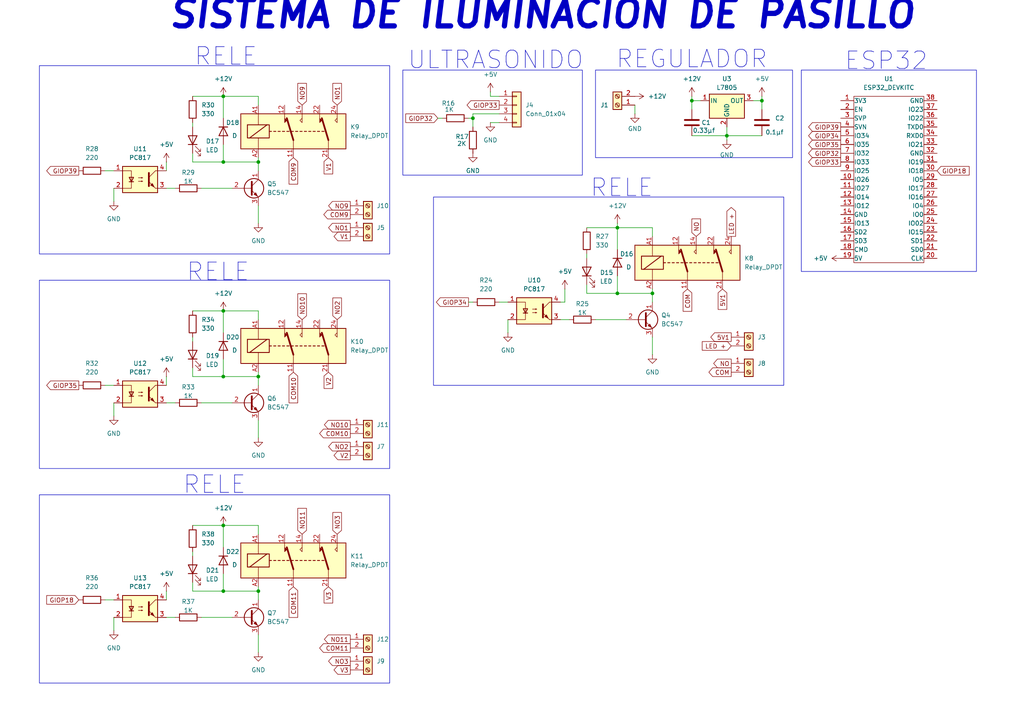
<source format=kicad_sch>
(kicad_sch (version 20250114) (generator "eeschema") (generator_version "9.0")
  (paper "A4")
  (lib_symbols
    (symbol "Connector:Screw_Terminal_01x02" (pin_names (offset 1.016) (hide yes))
      (property "Reference" "J" (at 0 2.54 0))
      (property "Value" "Screw_Terminal_01x02" (at 0 -5.08 0))
      (symbol "Screw_Terminal_01x02_1_1"
        (rectangle (start -1.27 1.27) (end 1.27 -3.81) (stroke (width 0.254)) (fill (type background)))
        (polyline (pts (xy -0.5334 0.3302) (xy 0.3302 -0.508)) (stroke (width 0.1524)))
        (polyline (pts (xy -0.5334 -2.2098) (xy 0.3302 -3.048)) (stroke (width 0.1524)))
        (polyline (pts (xy -0.3556 0.508) (xy 0.508 -0.3302)) (stroke (width 0.1524)))
        (polyline (pts (xy -0.3556 -2.032) (xy 0.508 -2.8702)) (stroke (width 0.1524)))
        (circle (center 0 0) (radius 0.635) (stroke (width 0.1524)))
        (circle (center 0 -2.54) (radius 0.635) (stroke (width 0.1524)))
        (pin passive line (at -5.08 0 0) (length 3.81) (name "Pin_1") (number "1"))
        (pin passive line (at -5.08 -2.54 0) (length 3.81) (name "Pin_2") (number "2"))
      )
    )
    (symbol "Connector_Generic:Conn_01x04" (pin_names (offset 1.016) (hide yes))
      (property "Reference" "J" (at 0 5.08 0))
      (property "Value" "Conn_01x04" (at 0 -7.62 0))
      (symbol "Conn_01x04_1_1"
        (rectangle (start -1.27 3.81) (end 1.27 -6.35) (stroke (width 0.254)) (fill (type background)))
        (rectangle (start -1.27 2.667) (end 0 2.413) (stroke (width 0.1524)))
        (rectangle (start -1.27 0.127) (end 0 -0.127) (stroke (width 0.1524)))
        (rectangle (start -1.27 -2.413) (end 0 -2.667) (stroke (width 0.1524)))
        (rectangle (start -1.27 -4.953) (end 0 -5.207) (stroke (width 0.1524)))
        (pin passive line (at -5.08 2.54 0) (length 3.81) (name "Pin_1") (number "1"))
        (pin passive line (at -5.08 0 0) (length 3.81) (name "Pin_2") (number "2"))
        (pin passive line (at -5.08 -2.54 0) (length 3.81) (name "Pin_3") (number "3"))
        (pin passive line (at -5.08 -5.08 0) (length 3.81) (name "Pin_4") (number "4"))
      )
    )
    (symbol "Device:C" (pin_numbers (hide yes)) (pin_names (offset 0.254))
      (property "Reference" "C" (at 0.635 2.54 0))
      (property "Value" "C" (at 0.635 -2.54 0))
      (symbol "C_0_1"
        (polyline (pts (xy -2.032 0.762) (xy 2.032 0.762)) (stroke (width 0.508)))
        (polyline (pts (xy -2.032 -0.762) (xy 2.032 -0.762)) (stroke (width 0.508)))
      )
      (symbol "C_1_1"
        (pin passive line (at 0 3.81 270) (length 2.794) (name "~") (number "1"))
        (pin passive line (at 0 -3.81 90) (length 2.794) (name "~") (number "2"))
      )
    )
    (symbol "Device:D" (pin_numbers (hide yes)) (pin_names (offset 1.016) (hide yes))
      (property "Reference" "D" (at 0 2.54 0))
      (property "Value" "D" (at 0 -2.54 0))
      (symbol "D_0_1"
        (polyline (pts (xy -1.27 1.27) (xy -1.27 -1.27)) (stroke (width 0.254)))
        (polyline (pts (xy 1.27 1.27) (xy 1.27 -1.27) (xy -1.27 0) (xy 1.27 1.27)) (stroke (width 0.254)))
        (polyline (pts (xy 1.27 0) (xy -1.27 0)))
      )
      (symbol "D_1_1"
        (pin passive line (at -3.81 0 0) (length 2.54) (name "K") (number "1"))
        (pin passive line (at 3.81 0 180) (length 2.54) (name "A") (number "2"))
      )
    )
    (symbol "Device:LED" (pin_numbers (hide yes)) (pin_names (offset 1.016) (hide yes))
      (property "Reference" "D" (at 0 2.54 0))
      (property "Value" "LED" (at 0 -2.54 0))
      (symbol "LED_0_1"
        (polyline (pts (xy -3.048 -0.762) (xy -4.572 -2.286) (xy -3.81 -2.286) (xy -4.572 -2.286) (xy -4.572 -1.524)))
        (polyline (pts (xy -1.778 -0.762) (xy -3.302 -2.286) (xy -2.54 -2.286) (xy -3.302 -2.286) (xy -3.302 -1.524)))
        (polyline (pts (xy -1.27 0) (xy 1.27 0)))
        (polyline (pts (xy -1.27 -1.27) (xy -1.27 1.27)) (stroke (width 0.254)))
        (polyline (pts (xy 1.27 -1.27) (xy 1.27 1.27) (xy -1.27 0) (xy 1.27 -1.27)) (stroke (width 0.254)))
      )
      (symbol "LED_1_1"
        (pin passive line (at -3.81 0 0) (length 2.54) (name "K") (number "1"))
        (pin passive line (at 3.81 0 180) (length 2.54) (name "A") (number "2"))
      )
    )
    (symbol "Device:R" (pin_numbers (hide yes)) (pin_names (offset 0))
      (property "Reference" "R" (at 2.032 0 90))
      (property "Value" "R" (at 0 0 90))
      (symbol "R_0_1"
        (rectangle (start -1.016 -2.54) (end 1.016 2.54) (stroke (width 0.254)))
      )
      (symbol "R_1_1"
        (pin passive line (at 0 3.81 270) (length 1.27) (name "~") (number "1"))
        (pin passive line (at 0 -3.81 90) (length 1.27) (name "~") (number "2"))
      )
    )
    (symbol "EESTN5:ESP32_DEVKITC" (pin_names (offset 0.0254))
      (property "Reference" "U" (at 0 25.4 0))
      (property "Value" "ESP32_DEVKITC" (at 0 -25.4 0))
      (symbol "ESP32_DEVKITC_0_1"
        (rectangle (start -10.16 24.13) (end 10.16 -24.13))
      )
      (symbol "ESP32_DEVKITC_1_1"
        (pin passive line (at -13.97 22.86 0) (length 3.81) (name "3V3") (number "1"))
        (pin passive line (at -13.97 20.32 0) (length 3.81) (name "EN") (number "2"))
        (pin passive line (at -13.97 17.78 0) (length 3.81) (name "SVP") (number "3"))
        (pin passive line (at -13.97 15.24 0) (length 3.81) (name "SVN") (number "4"))
        (pin passive line (at -13.97 12.7 0) (length 3.81) (name "IO34") (number "5"))
        (pin passive line (at -13.97 10.16 0) (length 3.81) (name "IO35") (number "6"))
        (pin passive line (at -13.97 7.62 0) (length 3.81) (name "IO32") (number "7"))
        (pin passive line (at -13.97 5.08 0) (length 3.81) (name "IO33") (number "8"))
        (pin passive line (at -13.97 2.54 0) (length 3.81) (name "IO25") (number "9"))
        (pin passive line (at -13.97 0 0) (length 3.81) (name "IO26") (number "10"))
        (pin passive line (at -13.97 -2.54 0) (length 3.81) (name "IO27") (number "11"))
        (pin passive line (at -13.97 -5.08 0) (length 3.81) (name "IO14") (number "12"))
        (pin passive line (at -13.97 -7.62 0) (length 3.81) (name "IO12") (number "13"))
        (pin passive line (at -13.97 -10.16 0) (length 3.81) (name "GND") (number "14"))
        (pin passive line (at -13.97 -12.7 0) (length 3.81) (name "IO13") (number "15"))
        (pin passive line (at -13.97 -15.24 0) (length 3.81) (name "SD2") (number "16"))
        (pin passive line (at -13.97 -17.78 0) (length 3.81) (name "SD3") (number "17"))
        (pin passive line (at -13.97 -20.32 0) (length 3.81) (name "CMD") (number "18"))
        (pin passive line (at -13.97 -22.86 0) (length 3.81) (name "5V") (number "19"))
        (pin passive line (at 13.97 22.86 180) (length 3.81) (name "GND") (number "38"))
        (pin passive line (at 13.97 20.32 180) (length 3.81) (name "IO23") (number "37"))
        (pin passive line (at 13.97 17.78 180) (length 3.81) (name "IO22") (number "36"))
        (pin passive line (at 13.97 15.24 180) (length 3.81) (name "TXD0") (number "35"))
        (pin passive line (at 13.97 12.7 180) (length 3.81) (name "RXD0") (number "34"))
        (pin passive line (at 13.97 10.16 180) (length 3.81) (name "IO21") (number "33"))
        (pin passive line (at 13.97 7.62 180) (length 3.81) (name "GND") (number "32"))
        (pin passive line (at 13.97 5.08 180) (length 3.81) (name "IO19") (number "31"))
        (pin passive line (at 13.97 2.54 180) (length 3.81) (name "IO18") (number "30"))
        (pin passive line (at 13.97 0 180) (length 3.81) (name "IO5") (number "29"))
        (pin passive line (at 13.97 -2.54 180) (length 3.81) (name "IO17") (number "28"))
        (pin passive line (at 13.97 -5.08 180) (length 3.81) (name "IO16") (number "27"))
        (pin passive line (at 13.97 -7.62 180) (length 3.81) (name "IO4") (number "26"))
        (pin passive line (at 13.97 -10.16 180) (length 3.81) (name "IO0") (number "25"))
        (pin passive line (at 13.97 -12.7 180) (length 3.81) (name "IO02") (number "24"))
        (pin passive line (at 13.97 -15.24 180) (length 3.81) (name "IO15") (number "23"))
        (pin passive line (at 13.97 -17.78 180) (length 3.81) (name "SD1") (number "22"))
        (pin passive line (at 13.97 -20.32 180) (length 3.81) (name "SD0") (number "21"))
        (pin passive line (at 13.97 -22.86 180) (length 3.81) (name "CLK") (number "20"))
      )
    )
    (symbol "Isolator:PC817" (pin_names (offset 1.016))
      (property "Reference" "U" (at -5.08 5.08 0))
      (property "Value" "PC817" (at 0 5.08 0))
      (symbol "PC817_0_1"
        (rectangle (start -5.08 3.81) (end 5.08 -3.81) (stroke (width 0.254)) (fill (type background)))
        (polyline (pts (xy -5.08 2.54) (xy -2.54 2.54) (xy -2.54 -0.635)))
        (polyline (pts (xy -3.175 -0.635) (xy -1.905 -0.635)) (stroke (width 0.254)))
        (polyline (pts (xy -2.54 -0.635) (xy -2.54 -2.54) (xy -5.08 -2.54)))
        (polyline (pts (xy -2.54 -0.635) (xy -3.175 0.635) (xy -1.905 0.635) (xy -2.54 -0.635)) (stroke (width 0.254)))
        (polyline (pts (xy -0.508 0.508) (xy 0.762 0.508) (xy 0.381 0.381) (xy 0.381 0.635) (xy 0.762 0.508)))
        (polyline (pts (xy -0.508 -0.508) (xy 0.762 -0.508) (xy 0.381 -0.635) (xy 0.381 -0.381) (xy 0.762 -0.508)))
        (polyline (pts (xy 2.54 1.905) (xy 2.54 -1.905) (xy 2.54 -1.905)) (stroke (width 0.508)))
        (polyline (pts (xy 2.54 0.635) (xy 4.445 2.54)))
        (polyline (pts (xy 3.048 -1.651) (xy 3.556 -1.143) (xy 4.064 -2.159) (xy 3.048 -1.651) (xy 3.048 -1.651)) (fill (type outline)))
        (polyline (pts (xy 4.445 2.54) (xy 5.08 2.54)))
        (polyline (pts (xy 4.445 -2.54) (xy 2.54 -0.635)) (fill (type outline)))
        (polyline (pts (xy 4.445 -2.54) (xy 5.08 -2.54)))
      )
      (symbol "PC817_1_1"
        (pin passive line (at -7.62 2.54 0) (length 2.54) (name "~") (number "1"))
        (pin passive line (at -7.62 -2.54 0) (length 2.54) (name "~") (number "2"))
        (pin passive line (at 7.62 2.54 180) (length 2.54) (name "~") (number "4"))
        (pin passive line (at 7.62 -2.54 180) (length 2.54) (name "~") (number "3"))
      )
    )
    (symbol "Regulator_Linear:L7805" (pin_names (offset 0.254))
      (property "Reference" "U" (at -3.81 3.175 0))
      (property "Value" "L7805" (at 0 3.175 0))
      (symbol "L7805_0_1"
        (rectangle (start -5.08 1.905) (end 5.08 -5.08) (stroke (width 0.254)) (fill (type background)))
      )
      (symbol "L7805_1_1"
        (pin power_in line (at -7.62 0 0) (length 2.54) (name "IN") (number "1"))
        (pin power_in line (at 0 -7.62 90) (length 2.54) (name "GND") (number "2"))
        (pin power_out line (at 7.62 0 180) (length 2.54) (name "OUT") (number "3"))
      )
    )
    (symbol "Relay:Relay_DPDT"
      (property "Reference" "K" (at 16.51 3.81 0))
      (property "Value" "Relay_DPDT" (at 16.51 1.27 0))
      (symbol "Relay_DPDT_0_1"
        (rectangle (start -15.24 5.08) (end 15.24 -5.08) (stroke (width 0.254)) (fill (type background)))
        (rectangle (start -13.335 1.905) (end -6.985 -1.905) (stroke (width 0.254)))
        (polyline (pts (xy -12.7 -1.905) (xy -7.62 1.905)) (stroke (width 0.254)))
        (polyline (pts (xy -10.16 5.08) (xy -10.16 1.905)))
        (polyline (pts (xy -10.16 -5.08) (xy -10.16 -1.905)))
        (polyline (pts (xy -6.985 0) (xy -6.35 0)) (stroke (width 0.254)))
        (polyline (pts (xy -5.715 0) (xy -5.08 0)) (stroke (width 0.254)))
        (polyline (pts (xy -4.445 0) (xy -3.81 0)) (stroke (width 0.254)))
        (polyline (pts (xy -3.175 0) (xy -2.54 0)) (stroke (width 0.254)))
        (polyline (pts (xy -2.54 5.08) (xy -2.54 2.54) (xy -1.905 3.175) (xy -2.54 3.81)) (fill (type outline)))
        (polyline (pts (xy -1.905 0) (xy -1.27 0)) (stroke (width 0.254)))
        (polyline (pts (xy -0.635 0) (xy 0 0)) (stroke (width 0.254)))
        (polyline (pts (xy 0 -2.54) (xy -1.905 3.81)) (stroke (width 0.508)))
        (polyline (pts (xy 0 -2.54) (xy 0 -5.08)))
        (polyline (pts (xy 0.635 0) (xy 1.27 0)) (stroke (width 0.254)))
        (polyline (pts (xy 1.905 0) (xy 2.54 0)) (stroke (width 0.254)))
        (polyline (pts (xy 2.54 5.08) (xy 2.54 2.54) (xy 1.905 3.175) (xy 2.54 3.81)))
        (polyline (pts (xy 3.175 0) (xy 3.81 0)) (stroke (width 0.254)))
        (polyline (pts (xy 4.445 0) (xy 5.08 0)) (stroke (width 0.254)))
        (polyline (pts (xy 5.715 0) (xy 6.35 0)) (stroke (width 0.254)))
        (polyline (pts (xy 6.985 0) (xy 7.62 0)) (stroke (width 0.254)))
        (polyline (pts (xy 7.62 5.08) (xy 7.62 2.54) (xy 8.255 3.175) (xy 7.62 3.81)) (fill (type outline)))
        (polyline (pts (xy 8.255 0) (xy 8.89 0)) (stroke (width 0.254)))
        (polyline (pts (xy 10.16 -2.54) (xy 8.255 3.81)) (stroke (width 0.508)))
        (polyline (pts (xy 10.16 -2.54) (xy 10.16 -5.08)))
        (polyline (pts (xy 12.7 5.08) (xy 12.7 2.54) (xy 12.065 3.175) (xy 12.7 3.81)))
      )
      (symbol "Relay_DPDT_1_1"
        (pin passive line (at -10.16 7.62 270) (length 2.54) (name "~") (number "A1"))
        (pin passive line (at -10.16 -7.62 90) (length 2.54) (name "~") (number "A2"))
        (pin passive line (at -2.54 7.62 270) (length 2.54) (name "~") (number "12"))
        (pin passive line (at 0 -7.62 90) (length 2.54) (name "~") (number "11"))
        (pin passive line (at 2.54 7.62 270) (length 2.54) (name "~") (number "14"))
        (pin passive line (at 7.62 7.62 270) (length 2.54) (name "~") (number "22"))
        (pin passive line (at 10.16 -7.62 90) (length 2.54) (name "~") (number "21"))
        (pin passive line (at 12.7 7.62 270) (length 2.54) (name "~") (number "24"))
      )
    )
    (symbol "Transistor_BJT:BC547" (pin_names (offset 0) (hide yes))
      (property "Reference" "Q" (at 5.08 1.905 0))
      (property "Value" "BC547" (at 5.08 0 0))
      (symbol "BC547_0_1"
        (polyline (pts (xy -2.54 0) (xy 0.635 0)))
        (polyline (pts (xy 0.635 1.905) (xy 0.635 -1.905)) (stroke (width 0.508)))
        (circle (center 1.27 0) (radius 2.8194) (stroke (width 0.254)))
      )
      (symbol "BC547_1_1"
        (polyline (pts (xy 0.635 0.635) (xy 2.54 2.54)))
        (polyline (pts (xy 0.635 -0.635) (xy 2.54 -2.54)))
        (polyline (pts (xy 1.27 -1.778) (xy 1.778 -1.27) (xy 2.286 -2.286) (xy 1.27 -1.778)) (fill (type outline)))
        (pin input line (at -5.08 0 0) (length 2.54) (name "B") (number "2"))
        (pin passive line (at 2.54 5.08 270) (length 2.54) (name "C") (number "1"))
        (pin passive line (at 2.54 -5.08 90) (length 2.54) (name "E") (number "3"))
      )
    )
    (symbol "power:+12V" (power) (pin_numbers (hide yes)) (pin_names (offset 0) (hide yes))
      (property "Value" "+12V" (at 0 3.556 0))
      (symbol "+12V_0_1"
        (polyline (pts (xy -0.762 1.27) (xy 0 2.54)))
        (polyline (pts (xy 0 2.54) (xy 0.762 1.27)))
        (polyline (pts (xy 0 0) (xy 0 2.54)))
      )
      (symbol "+12V_1_1"
        (pin power_in line (at 0 0 90) (length 0) (name "~") (number "1"))
      )
    )
    (symbol "power:+5V" (power) (pin_numbers (hide yes)) (pin_names (offset 0) (hide yes))
      (property "Value" "+5V" (at 0 3.556 0))
      (symbol "+5V_0_1"
        (polyline (pts (xy -0.762 1.27) (xy 0 2.54)))
        (polyline (pts (xy 0 2.54) (xy 0.762 1.27)))
        (polyline (pts (xy 0 0) (xy 0 2.54)))
      )
      (symbol "+5V_1_1"
        (pin power_in line (at 0 0 90) (length 0) (name "~") (number "1"))
      )
    )
    (symbol "power:GND" (power) (pin_numbers (hide yes)) (pin_names (offset 0) (hide yes))
      (property "Value" "GND" (at 0 -3.81 0))
      (symbol "GND_0_1"
        (polyline (pts (xy 0 0) (xy 0 -1.27) (xy 1.27 -1.27) (xy 0 -2.54) (xy -1.27 -1.27) (xy 0 -1.27)))
      )
      (symbol "GND_1_1"
        (pin power_in line (at 0 0 270) (length 0) (name "~") (number "1"))
      )
    )
  )
  (rectangle (start 125.73 57.15) (end 227.33 111.76))
  (rectangle (start 11.43 81.28) (end 113.03 135.89))
  (rectangle (start 172.72 20.32) (end 229.87 45.72))
  (rectangle (start 11.43 143.51) (end 113.03 198.12))
  (rectangle (start 116.84 20.32) (end 168.91 50.8))
  (rectangle (start 232.41 20.32) (end 283.21 78.74))
  (rectangle (start 11.43 19.05) (end 113.03 73.66))
  (text "RELE" (at 65.532 16.51 0) (effects (font (size 5.08 5.08))))
  (text "RELE" (at 180.34 54.61 0) (effects (font (size 5.08 5.08))))
  (text "SISTEMA DE ILUMINACION DE PASILLO" (at 157.226 4.318 0) (effects (font (size 7.62 7.62) (thickness 1.524) (bold yes) (italic yes))))
  (text "RELE" (at 62.23 140.716 0) (effects (font (size 5.08 5.08))))
  (text "RELE" (at 63.246 78.994 0) (effects (font (size 5.08 5.08))))
  (text "ULTRASONIDO" (at 143.764 17.526 0) (effects (font (size 5.08 5.08))))
  (text "REGULADOR" (at 200.66 17.272 0) (effects (font (size 5.08 5.08))))
  (text "ESP32" (at 257.048 17.78 0) (effects (font (size 5.08 5.08))))
  (junction (at 137.16 34.29))
  (junction (at 64.77 171.45))
  (junction (at 179.07 85.09))
  (junction (at 200.66 29.21))
  (junction (at 189.23 85.09))
  (junction (at 179.07 66.04))
  (junction (at 64.77 152.4))
  (junction (at 74.93 171.45))
  (junction (at 64.77 46.99))
  (junction (at 64.77 27.94))
  (junction (at 74.93 46.99))
  (junction (at 210.82 39.37))
  (junction (at 220.98 29.21))
  (junction (at 74.93 109.22))
  (junction (at 64.77 90.17))
  (junction (at 64.77 109.22))
  (wire (pts (xy 48.26 109.22) (xy 48.26 111.76)))
  (wire (pts (xy 189.23 85.09) (xy 189.23 87.63)))
  (wire (pts (xy 142.24 26.67) (xy 142.24 27.94)))
  (wire (pts (xy 179.07 72.39) (xy 179.07 66.04)))
  (wire (pts (xy 172.72 92.71) (xy 181.61 92.71)))
  (wire (pts (xy 58.42 54.61) (xy 67.31 54.61)))
  (wire (pts (xy 64.77 104.14) (xy 64.77 109.22)))
  (wire (pts (xy 210.82 36.83) (xy 210.82 39.37)))
  (wire (pts (xy 55.88 152.4) (xy 64.77 152.4)))
  (wire (pts (xy 135.89 87.63) (xy 137.16 87.63)))
  (wire (pts (xy 189.23 83.82) (xy 189.23 85.09)))
  (wire (pts (xy 74.93 45.72) (xy 74.93 46.99)))
  (wire (pts (xy 179.07 80.01) (xy 179.07 85.09)))
  (wire (pts (xy 184.15 30.48) (xy 184.15 33.02)))
  (wire (pts (xy 137.16 34.29) (xy 137.16 36.83)))
  (wire (pts (xy 64.77 152.4) (xy 64.77 158.75)))
  (wire (pts (xy 74.93 107.95) (xy 74.93 109.22)))
  (wire (pts (xy 64.77 34.29) (xy 64.77 27.94)))
  (wire (pts (xy 220.98 29.21) (xy 220.98 31.75)))
  (wire (pts (xy 147.32 92.71) (xy 147.32 96.52)))
  (wire (pts (xy 74.93 171.45) (xy 74.93 173.99)))
  (wire (pts (xy 30.48 111.76) (xy 33.02 111.76)))
  (wire (pts (xy 48.26 179.07) (xy 50.8 179.07)))
  (wire (pts (xy 64.77 41.91) (xy 64.77 46.99)))
  (wire (pts (xy 220.98 27.94) (xy 220.98 29.21)))
  (wire (pts (xy 200.66 29.21) (xy 200.66 31.75)))
  (wire (pts (xy 55.88 106.68) (xy 55.88 109.22)))
  (wire (pts (xy 30.48 173.99) (xy 33.02 173.99)))
  (wire (pts (xy 74.93 109.22) (xy 74.93 111.76)))
  (wire (pts (xy 74.93 27.94) (xy 74.93 30.48)))
  (wire (pts (xy 74.93 152.4) (xy 74.93 154.94)))
  (wire (pts (xy 33.02 116.84) (xy 33.02 120.65)))
  (wire (pts (xy 163.83 87.63) (xy 163.83 83.82)))
  (wire (pts (xy 200.66 29.21) (xy 203.2 29.21)))
  (wire (pts (xy 210.82 40.64) (xy 210.82 39.37)))
  (wire (pts (xy 74.93 170.18) (xy 74.93 171.45)))
  (wire (pts (xy 64.77 46.99) (xy 74.93 46.99)))
  (wire (pts (xy 144.78 87.63) (xy 147.32 87.63)))
  (wire (pts (xy 144.78 33.02) (xy 137.16 33.02)))
  (wire (pts (xy 55.88 160.02) (xy 55.88 161.29)))
  (wire (pts (xy 170.18 85.09) (xy 179.07 85.09)))
  (wire (pts (xy 30.48 49.53) (xy 33.02 49.53)))
  (wire (pts (xy 162.56 92.71) (xy 165.1 92.71)))
  (wire (pts (xy 64.77 152.4) (xy 74.93 152.4)))
  (wire (pts (xy 218.44 29.21) (xy 220.98 29.21)))
  (wire (pts (xy 64.77 171.45) (xy 74.93 171.45)))
  (wire (pts (xy 135.89 34.29) (xy 137.16 34.29)))
  (wire (pts (xy 58.42 116.84) (xy 67.31 116.84)))
  (wire (pts (xy 170.18 73.66) (xy 170.18 74.93)))
  (wire (pts (xy 179.07 64.77) (xy 179.07 66.04)))
  (wire (pts (xy 55.88 90.17) (xy 64.77 90.17)))
  (wire (pts (xy 179.07 66.04) (xy 189.23 66.04)))
  (wire (pts (xy 74.93 90.17) (xy 74.93 92.71)))
  (wire (pts (xy 48.26 171.45) (xy 48.26 173.99)))
  (wire (pts (xy 64.77 90.17) (xy 64.77 96.52)))
  (wire (pts (xy 179.07 85.09) (xy 189.23 85.09)))
  (wire (pts (xy 64.77 109.22) (xy 74.93 109.22)))
  (wire (pts (xy 55.88 109.22) (xy 64.77 109.22)))
  (wire (pts (xy 48.26 116.84) (xy 50.8 116.84)))
  (wire (pts (xy 127 34.29) (xy 128.27 34.29)))
  (wire (pts (xy 64.77 90.17) (xy 74.93 90.17)))
  (wire (pts (xy 55.88 35.56) (xy 55.88 36.83)))
  (wire (pts (xy 33.02 179.07) (xy 33.02 182.88)))
  (wire (pts (xy 170.18 82.55) (xy 170.18 85.09)))
  (wire (pts (xy 48.26 46.99) (xy 48.26 49.53)))
  (wire (pts (xy 55.88 46.99) (xy 64.77 46.99)))
  (wire (pts (xy 48.26 54.61) (xy 50.8 54.61)))
  (wire (pts (xy 55.88 44.45) (xy 55.88 46.99)))
  (wire (pts (xy 200.66 39.37) (xy 210.82 39.37)))
  (wire (pts (xy 200.66 27.94) (xy 200.66 29.21)))
  (wire (pts (xy 162.56 87.63) (xy 163.83 87.63)))
  (wire (pts (xy 189.23 66.04) (xy 189.23 68.58)))
  (wire (pts (xy 55.88 168.91) (xy 55.88 171.45)))
  (wire (pts (xy 189.23 97.79) (xy 189.23 102.87)))
  (wire (pts (xy 137.16 33.02) (xy 137.16 34.29)))
  (wire (pts (xy 64.77 166.37) (xy 64.77 171.45)))
  (wire (pts (xy 58.42 179.07) (xy 67.31 179.07)))
  (wire (pts (xy 74.93 46.99) (xy 74.93 49.53)))
  (wire (pts (xy 170.18 66.04) (xy 179.07 66.04)))
  (wire (pts (xy 55.88 97.79) (xy 55.88 99.06)))
  (wire (pts (xy 64.77 27.94) (xy 74.93 27.94)))
  (wire (pts (xy 55.88 171.45) (xy 64.77 171.45)))
  (wire (pts (xy 74.93 184.15) (xy 74.93 189.23)))
  (wire (pts (xy 74.93 59.69) (xy 74.93 64.77)))
  (wire (pts (xy 33.02 54.61) (xy 33.02 58.42)))
  (wire (pts (xy 210.82 39.37) (xy 220.98 39.37)))
  (wire (pts (xy 74.93 121.92) (xy 74.93 127)))
  (wire (pts (xy 142.24 35.56) (xy 144.78 35.56)))
  (wire (pts (xy 55.88 27.94) (xy 64.77 27.94)))
  (wire (pts (xy 142.24 27.94) (xy 144.78 27.94)))
  (global_label "NO10" (shape output) (at 101.6 123.19 180) (property "Intersheetrefs" "${INTERSHEET_REFS}" (effects (hide yes))))
  (global_label "5V1" (shape input) (at 209.55 83.82 270) (property "Intersheetrefs" "${INTERSHEET_REFS}" (effects (hide yes))))
  (global_label "NO10" (shape input) (at 87.63 92.71 90) (property "Intersheetrefs" "${INTERSHEET_REFS}" (effects (hide yes))))
  (global_label "V2" (shape input) (at 95.25 107.95 270) (property "Intersheetrefs" "${INTERSHEET_REFS}" (effects (hide yes))))
  (global_label "GIOP18" (shape input) (at 271.78 49.53 0) (property "Intersheetrefs" "${INTERSHEET_REFS}" (effects (hide yes))))
  (global_label "COM" (shape input) (at 199.39 83.82 270) (property "Intersheetrefs" "${INTERSHEET_REFS}" (effects (hide yes))))
  (global_label "NO9" (shape input) (at 87.63 30.48 90) (property "Intersheetrefs" "${INTERSHEET_REFS}" (effects (hide yes))))
  (global_label "GIOP39" (shape output) (at 22.86 49.53 180) (property "Intersheetrefs" "${INTERSHEET_REFS}" (effects (hide yes))))
  (global_label "GIOP33" (shape output) (at 243.84 46.99 180) (property "Intersheetrefs" "${INTERSHEET_REFS}" (effects (hide yes))))
  (global_label "GIOP33" (shape output) (at 144.78 30.48 180) (property "Intersheetrefs" "${INTERSHEET_REFS}" (effects (hide yes))))
  (global_label "LED +" (shape output) (at 212.09 68.58 90) (property "Intersheetrefs" "${INTERSHEET_REFS}" (effects (hide yes))))
  (global_label "COM10" (shape input) (at 85.09 107.95 270) (property "Intersheetrefs" "${INTERSHEET_REFS}" (effects (hide yes))))
  (global_label "GIOP34" (shape output) (at 135.89 87.63 180) (property "Intersheetrefs" "${INTERSHEET_REFS}" (effects (hide yes))))
  (global_label "GIOP35" (shape output) (at 22.86 111.76 180) (property "Intersheetrefs" "${INTERSHEET_REFS}" (effects (hide yes))))
  (global_label "5V1" (shape output) (at 212.09 97.79 180) (property "Intersheetrefs" "${INTERSHEET_REFS}" (effects (hide yes))))
  (global_label "GIOP32" (shape output) (at 243.84 44.45 180) (property "Intersheetrefs" "${INTERSHEET_REFS}" (effects (hide yes))))
  (global_label "NO2" (shape input) (at 97.79 92.71 90) (property "Intersheetrefs" "${INTERSHEET_REFS}" (effects (hide yes))))
  (global_label "V3" (shape output) (at 101.6 194.31 180) (property "Intersheetrefs" "${INTERSHEET_REFS}" (effects (hide yes))))
  (global_label "V3" (shape input) (at 95.25 170.18 270) (property "Intersheetrefs" "${INTERSHEET_REFS}" (effects (hide yes))))
  (global_label "GIOP35" (shape output) (at 243.84 41.91 180) (property "Intersheetrefs" "${INTERSHEET_REFS}" (effects (hide yes))))
  (global_label "V2" (shape output) (at 101.6 132.08 180) (property "Intersheetrefs" "${INTERSHEET_REFS}" (effects (hide yes))))
  (global_label "NO11" (shape output) (at 101.6 185.42 180) (property "Intersheetrefs" "${INTERSHEET_REFS}" (effects (hide yes))))
  (global_label "GIOP34" (shape output) (at 243.84 39.37 180) (property "Intersheetrefs" "${INTERSHEET_REFS}" (effects (hide yes))))
  (global_label "COM9" (shape output) (at 101.6 62.23 180) (property "Intersheetrefs" "${INTERSHEET_REFS}" (effects (hide yes))))
  (global_label "NO9" (shape output) (at 101.6 59.69 180) (property "Intersheetrefs" "${INTERSHEET_REFS}" (effects (hide yes))))
  (global_label "NO11" (shape input) (at 87.63 154.94 90) (property "Intersheetrefs" "${INTERSHEET_REFS}" (effects (hide yes))))
  (global_label "NO3" (shape output) (at 101.6 191.77 180) (property "Intersheetrefs" "${INTERSHEET_REFS}" (effects (hide yes))))
  (global_label "NO" (shape input) (at 201.93 68.58 90) (property "Intersheetrefs" "${INTERSHEET_REFS}" (effects (hide yes))))
  (global_label "NO2" (shape output) (at 101.6 129.54 180) (property "Intersheetrefs" "${INTERSHEET_REFS}" (effects (hide yes))))
  (global_label "NO" (shape output) (at 212.09 105.41 180) (property "Intersheetrefs" "${INTERSHEET_REFS}" (effects (hide yes))))
  (global_label "NO1" (shape output) (at 101.6 66.04 180) (property "Intersheetrefs" "${INTERSHEET_REFS}" (effects (hide yes))))
  (global_label "COM10" (shape output) (at 101.6 125.73 180) (property "Intersheetrefs" "${INTERSHEET_REFS}" (effects (hide yes))))
  (global_label "V1" (shape output) (at 101.6 68.58 180) (property "Intersheetrefs" "${INTERSHEET_REFS}" (effects (hide yes))))
  (global_label "COM11" (shape output) (at 101.6 187.96 180) (property "Intersheetrefs" "${INTERSHEET_REFS}" (effects (hide yes))))
  (global_label "LED +" (shape input) (at 212.09 100.33 180) (property "Intersheetrefs" "${INTERSHEET_REFS}" (effects (hide yes))))
  (global_label "COM11" (shape input) (at 85.09 170.18 270) (property "Intersheetrefs" "${INTERSHEET_REFS}" (effects (hide yes))))
  (global_label "V1" (shape input) (at 95.25 45.72 270) (property "Intersheetrefs" "${INTERSHEET_REFS}" (effects (hide yes))))
  (global_label "COM" (shape output) (at 212.09 107.95 180) (property "Intersheetrefs" "${INTERSHEET_REFS}" (effects (hide yes))))
  (global_label "GIOP39" (shape output) (at 243.84 36.83 180) (property "Intersheetrefs" "${INTERSHEET_REFS}" (effects (hide yes))))
  (global_label "NO3" (shape input) (at 97.79 154.94 90) (property "Intersheetrefs" "${INTERSHEET_REFS}" (effects (hide yes))))
  (global_label "COM9" (shape input) (at 85.09 45.72 270) (property "Intersheetrefs" "${INTERSHEET_REFS}" (effects (hide yes))))
  (global_label "NO1" (shape input) (at 97.79 30.48 90) (property "Intersheetrefs" "${INTERSHEET_REFS}" (effects (hide yes))))
  (global_label "GIOP18" (shape input) (at 22.86 173.99 180) (property "Intersheetrefs" "${INTERSHEET_REFS}" (effects (hide yes))))
  (global_label "GIOP32" (shape input) (at 127 34.29 180) (property "Intersheetrefs" "${INTERSHEET_REFS}" (effects (hide yes))))
  (symbol (lib_id "power:GND") (at 74.93 127 0) (unit 1)
    (property "Reference" "#PWR032" (effects (hide yes)))
    (property "Value" "GND" (at 74.93 132.08 0))
    (property "Description" "Power symbol creates a global label with name \"GND\" , ground" (effects (hide yes)))
  )
  (symbol (lib_id "Device:LED") (at 55.88 102.87 90) (unit 1)
    (property "Reference" "D19" (at 59.69 103.1874 90) (effects (justify right)))
    (property "Value" "LED" (at 59.69 105.7274 90) (effects (justify right)))
    (property "Footprint" "LED_SMD:LED_0805_2012Metric" (effects (hide yes)))
    (property "Description" "Light emitting diode" (effects (hide yes)))
    (property "Sim.Pins" "1=K 2=A" (effects (hide yes)))
  )
  (symbol (lib_id "Relay:Relay_DPDT") (at 85.09 100.33 0) (unit 1)
    (property "Reference" "K10" (at 101.6 99.0599 0) (effects (justify left)))
    (property "Value" "Relay_DPDT" (at 101.6 101.5999 0) (effects (justify left)))
    (property "Footprint" "Relay_THT:Relay_DPDT_Omron_G6A" (effects (hide yes)))
    (property "Description" "Relay DPDT, monostable, EN50005" (effects (hide yes)))
  )
  (symbol (lib_id "power:+5V") (at 142.24 26.67 0) (unit 1)
    (property "Reference" "#PWR017" (effects (hide yes)))
    (property "Value" "+5V" (at 142.24 21.59 0))
    (property "Description" "Power symbol creates a global label with name \"+5V\"" (effects (hide yes)))
  )
  (symbol (lib_id "Connector_Generic:Conn_01x04") (at 149.86 30.48 0) (unit 1)
    (property "Reference" "J4" (at 152.4 30.4799 0) (effects (justify left)))
    (property "Value" "Conn_01x04" (at 152.4 33.0199 0) (effects (justify left)))
    (property "Footprint" "Connector_PinSocket_2.00mm:PinSocket_1x04_P2.00mm_Vertical" (effects (hide yes)))
    (property "Description" "Generic connector, single row, 01x04, script generated (kicad-library-utils/schlib/autogen/connector/)" (effects (hide yes)))
  )
  (symbol (lib_id "Device:R") (at 170.18 69.85 180) (unit 1)
    (property "Reference" "R27" (at 172.72 68.5799 0) (effects (justify right)))
    (property "Value" "330" (at 172.72 71.1199 0) (effects (justify right)))
    (property "Footprint" "Resistor_SMD:R_0805_2012Metric" (effects (hide yes)))
    (property "Description" "Resistor" (effects (hide yes)))
  )
  (symbol (lib_id "power:GND") (at 147.32 96.52 0) (unit 1)
    (property "Reference" "#PWR024" (effects (hide yes)))
    (property "Value" "GND" (at 147.32 101.6 0))
    (property "Description" "Power symbol creates a global label with name \"GND\" , ground" (effects (hide yes)))
  )
  (symbol (lib_id "Isolator:PC817") (at 40.64 176.53 0) (unit 1)
    (property "Reference" "U13" (at 40.64 167.64 0))
    (property "Value" "PC817" (at 40.64 170.18 0))
    (property "Footprint" "Package_DIP:DIP-4_W7.62mm" (effects (hide yes)))
    (property "Datasheet" "http://www.soselectronic.cz/a_info/resource/d/pc817.pdf" (effects (hide yes)))
    (property "Description" "DC Optocoupler, Vce 35V, CTR 50-300%, DIP-4" (effects (hide yes)))
  )
  (symbol (lib_id "Device:LED") (at 170.18 78.74 90) (unit 1)
    (property "Reference" "D15" (at 173.99 79.0574 90) (effects (justify right)))
    (property "Value" "LED" (at 173.99 81.5974 90) (effects (justify right)))
    (property "Footprint" "LED_SMD:LED_0805_2012Metric" (effects (hide yes)))
    (property "Description" "Light emitting diode" (effects (hide yes)))
    (property "Sim.Pins" "1=K 2=A" (effects (hide yes)))
  )
  (symbol (lib_id "Connector:Screw_Terminal_01x02") (at 217.17 97.79 0) (unit 1)
    (property "Reference" "J3" (at 219.71 97.7899 0) (effects (justify left)))
    (property "Value" "Screw_Terminal_01x02" (effects (hide yes)))
    (property "Footprint" "TerminalBlock:TerminalBlock_MaiXu_MX126-5.0-02P_1x02_P5.00mm" (effects (hide yes)))
    (property "Description" "Generic screw terminal, single row, 01x02, script generated (kicad-library-utils/schlib/autogen/connector/)" (effects (hide yes)))
  )
  (symbol (lib_id "Device:R") (at 132.08 34.29 90) (unit 1)
    (property "Reference" "R16" (at 130.048 29.972 90))
    (property "Value" "1K" (at 130.302 31.75 90))
    (property "Footprint" "Resistor_SMD:R_0805_2012Metric" (effects (hide yes)))
    (property "Description" "Resistor" (effects (hide yes)))
  )
  (symbol (lib_id "power:+12V") (at 184.15 27.94 270) (unit 1)
    (property "Reference" "#PWR01" (effects (hide yes)))
    (property "Value" "+12V" (at 187.96 27.9399 90) (effects (justify left)))
    (property "Description" "Power symbol creates a global label with name \"+12V\"" (effects (hide yes)))
  )
  (symbol (lib_id "Device:C") (at 200.66 35.56 0) (unit 1)
    (property "Reference" "C1" (at 203.454 35.56 0) (effects (justify left)))
    (property "Value" "0.33µf" (at 200.914 37.846 0) (effects (justify left)))
    (property "Footprint" "Capacitor_SMD:C_0805_2012Metric" (effects (hide yes)))
    (property "Description" "Unpolarized capacitor" (effects (hide yes)))
  )
  (symbol (lib_id "power:GND") (at 137.16 44.45 0) (unit 1)
    (property "Reference" "#PWR016" (effects (hide yes)))
    (property "Value" "GND" (at 137.16 49.53 0))
    (property "Description" "Power symbol creates a global label with name \"GND\" , ground" (effects (hide yes)))
  )
  (symbol (lib_id "Relay:Relay_DPDT") (at 85.09 38.1 0) (unit 1)
    (property "Reference" "K9" (at 101.6 36.8299 0) (effects (justify left)))
    (property "Value" "Relay_DPDT" (at 101.6 39.3699 0) (effects (justify left)))
    (property "Footprint" "Relay_THT:Relay_DPDT_Omron_G6A" (effects (hide yes)))
    (property "Description" "Relay DPDT, monostable, EN50005" (effects (hide yes)))
  )
  (symbol (lib_id "Device:C") (at 220.98 35.56 0) (unit 1)
    (property "Reference" "C2" (at 224.79 34.2899 0) (effects (justify left)))
    (property "Value" "0.1µf" (at 221.996 38.354 0) (effects (justify left)))
    (property "Footprint" "Capacitor_SMD:C_0805_2012Metric" (effects (hide yes)))
    (property "Description" "Unpolarized capacitor" (effects (hide yes)))
  )
  (symbol (lib_id "Relay:Relay_DPDT") (at 85.09 162.56 0) (unit 1)
    (property "Reference" "K11" (at 101.6 161.2899 0) (effects (justify left)))
    (property "Value" "Relay_DPDT" (at 101.6 163.8299 0) (effects (justify left)))
    (property "Footprint" "Relay_THT:Relay_DPDT_Omron_G6A" (effects (hide yes)))
    (property "Description" "Relay DPDT, monostable, EN50005" (effects (hide yes)))
  )
  (symbol (lib_id "power:+5V") (at 48.26 171.45 0) (unit 1)
    (property "Reference" "#PWR020" (effects (hide yes)))
    (property "Value" "+5V" (at 48.26 166.37 0))
    (property "Description" "Power symbol creates a global label with name \"+5V\"" (effects (hide yes)))
  )
  (symbol (lib_id "Device:R") (at 168.91 92.71 90) (unit 1)
    (property "Reference" "R25" (at 168.91 88.138 90))
    (property "Value" "1K" (at 168.91 90.678 90))
    (property "Footprint" "Resistor_SMD:R_0805_2012Metric" (effects (hide yes)))
    (property "Description" "Resistor" (effects (hide yes)))
  )
  (symbol (lib_id "Connector:Screw_Terminal_01x02") (at 217.17 105.41 0) (unit 1)
    (property "Reference" "J8" (at 219.71 105.4099 0) (effects (justify left)))
    (property "Value" "Screw_Terminal_01x02" (effects (hide yes)))
    (property "Footprint" "TerminalBlock:TerminalBlock_MaiXu_MX126-5.0-02P_1x02_P5.00mm" (effects (hide yes)))
    (property "Description" "Generic screw terminal, single row, 01x02, script generated (kicad-library-utils/schlib/autogen/connector/)" (effects (hide yes)))
  )
  (symbol (lib_id "Regulator_Linear:L7805") (at 210.82 29.21 0) (unit 1)
    (property "Reference" "U3" (at 210.82 22.86 0))
    (property "Value" "L7805" (at 210.82 25.4 0))
    (property "Footprint" "Package_TO_SOT_SMD:TO-263-3_TabPin2" (effects (hide yes)))
    (property "Datasheet" "http://www.st.com/content/ccc/resource/technical/document/datasheet/41/4f/b3/b0/12/d4/47/88/CD00000444.pdf/files/CD00000444.pdf/jcr:content/translations/en.CD00000444.pdf" (effects (hide yes)))
    (property "Description" "Positive 1.5A 35V Linear Regulator, Fixed Output 5V, TO-220/TO-263/TO-252" (effects (hide yes)))
  )
  (symbol (lib_id "power:GND") (at 210.82 40.64 0) (unit 1)
    (property "Reference" "#PWR04" (effects (hide yes)))
    (property "Value" "GND" (at 210.82 44.958 0))
    (property "Description" "Power symbol creates a global label with name \"GND\" , ground" (effects (hide yes)))
  )
  (symbol (lib_id "Connector:Screw_Terminal_01x02") (at 179.07 30.48 180) (unit 1)
    (property "Reference" "J1" (at 176.53 30.4801 0) (effects (justify left)))
    (property "Value" "Screw_Terminal_01x02" (effects (hide yes)))
    (property "Footprint" "TerminalBlock:TerminalBlock_MaiXu_MX126-5.0-02P_1x02_P5.00mm" (effects (hide yes)))
    (property "Description" "Generic screw terminal, single row, 01x02, script generated (kicad-library-utils/schlib/autogen/connector/)" (effects (hide yes)))
  )
  (symbol (lib_id "power:+12V") (at 64.77 27.94 0) (unit 1)
    (property "Reference" "#PWR014" (effects (hide yes)))
    (property "Value" "+12V" (at 64.77 22.86 0))
    (property "Description" "Power symbol creates a global label with name \"+12V\"" (effects (hide yes)))
  )
  (symbol (lib_id "Device:D") (at 64.77 38.1 270) (unit 1)
    (property "Reference" "D18" (at 65.532 35.56 90) (effects (justify left)))
    (property "Value" "D" (at 67.31 39.3699 90) (effects (justify left)))
    (property "Footprint" "Diode_SMD:D_0805_2012Metric" (effects (hide yes)))
    (property "Description" "Diode" (effects (hide yes)))
    (property "Sim.Device" "D" (effects (hide yes)))
    (property "Sim.Pins" "1=K 2=A" (effects (hide yes)))
  )
  (symbol (lib_id "Connector:Screw_Terminal_01x02") (at 106.68 59.69 0) (unit 1)
    (property "Reference" "J10" (at 109.22 59.6899 0) (effects (justify left)))
    (property "Value" "Screw_Terminal_01x02" (effects (hide yes)))
    (property "Footprint" "TerminalBlock:TerminalBlock_MaiXu_MX126-5.0-02P_1x02_P5.00mm" (effects (hide yes)))
    (property "Description" "Generic screw terminal, single row, 01x02, script generated (kicad-library-utils/schlib/autogen/connector/)" (effects (hide yes)))
  )
  (symbol (lib_id "Isolator:PC817") (at 40.64 52.07 0) (unit 1)
    (property "Reference" "U11" (at 40.64 43.18 0))
    (property "Value" "PC817" (at 40.64 45.72 0))
    (property "Footprint" "Package_DIP:DIP-4_W7.62mm" (effects (hide yes)))
    (property "Datasheet" "http://www.soselectronic.cz/a_info/resource/d/pc817.pdf" (effects (hide yes)))
    (property "Description" "DC Optocoupler, Vce 35V, CTR 50-300%, DIP-4" (effects (hide yes)))
  )
  (symbol (lib_id "power:GND") (at 189.23 102.87 0) (unit 1)
    (property "Reference" "#PWR026" (effects (hide yes)))
    (property "Value" "GND" (at 189.23 107.95 0))
    (property "Description" "Power symbol creates a global label with name \"GND\" , ground" (effects (hide yes)))
  )
  (symbol (lib_id "EESTN5:ESP32_DEVKITC") (at 257.81 52.07 0) (unit 1)
    (property "Reference" "U1" (at 257.81 22.86 0))
    (property "Value" "ESP32_DEVKITC" (at 257.81 25.4 0))
    (property "Footprint" "EESTN5:ESP32_DEVKITC" (effects (hide yes)))
    (property "Description" "ESP32-DEVKITC" (effects (hide yes)))
  )
  (symbol (lib_id "Device:R") (at 26.67 173.99 90) (unit 1)
    (property "Reference" "R36" (at 26.67 167.64 90))
    (property "Value" "220" (at 26.67 170.18 90))
    (property "Footprint" "Resistor_SMD:R_0805_2012Metric" (effects (hide yes)))
    (property "Description" "Resistor" (effects (hide yes)))
  )
  (symbol (lib_id "power:+12V") (at 200.66 27.94 0) (unit 1)
    (property "Reference" "#PWR02" (effects (hide yes)))
    (property "Value" "+12V" (at 200.66 22.86 0))
    (property "Description" "Power symbol creates a global label with name \"+12V\"" (effects (hide yes)))
  )
  (symbol (lib_id "Device:R") (at 26.67 111.76 90) (unit 1)
    (property "Reference" "R32" (at 26.67 105.41 90))
    (property "Value" "220" (at 26.67 107.95 90))
    (property "Footprint" "Resistor_SMD:R_0805_2012Metric" (effects (hide yes)))
    (property "Description" "Resistor" (effects (hide yes)))
  )
  (symbol (lib_id "Device:R") (at 26.67 49.53 90) (unit 1)
    (property "Reference" "R28" (at 26.67 43.18 90))
    (property "Value" "220" (at 26.67 45.72 90))
    (property "Footprint" "Resistor_SMD:R_0805_2012Metric" (effects (hide yes)))
    (property "Description" "Resistor" (effects (hide yes)))
  )
  (symbol (lib_id "Connector:Screw_Terminal_01x02") (at 106.68 191.77 0) (unit 1)
    (property "Reference" "J9" (at 109.22 191.7699 0) (effects (justify left)))
    (property "Value" "Screw_Terminal_01x02" (effects (hide yes)))
    (property "Footprint" "TerminalBlock:TerminalBlock_MaiXu_MX126-5.0-02P_1x02_P5.00mm" (effects (hide yes)))
    (property "Description" "Generic screw terminal, single row, 01x02, script generated (kicad-library-utils/schlib/autogen/connector/)" (effects (hide yes)))
  )
  (symbol (lib_id "Device:R") (at 54.61 54.61 90) (unit 1)
    (property "Reference" "R29" (at 54.61 50.038 90))
    (property "Value" "1K" (at 54.61 52.578 90))
    (property "Footprint" "Resistor_SMD:R_0805_2012Metric" (effects (hide yes)))
    (property "Description" "Resistor" (effects (hide yes)))
  )
  (symbol (lib_id "Device:D") (at 64.77 162.56 270) (unit 1)
    (property "Reference" "D22" (at 65.532 160.02 90) (effects (justify left)))
    (property "Value" "D" (at 67.31 163.8299 90) (effects (justify left)))
    (property "Footprint" "Diode_SMD:D_0805_2012Metric" (effects (hide yes)))
    (property "Description" "Diode" (effects (hide yes)))
    (property "Sim.Device" "D" (effects (hide yes)))
    (property "Sim.Pins" "1=K 2=A" (effects (hide yes)))
  )
  (symbol (lib_id "power:+5V") (at 48.26 109.22 0) (unit 1)
    (property "Reference" "#PWR018" (effects (hide yes)))
    (property "Value" "+5V" (at 48.26 104.14 0))
    (property "Description" "Power symbol creates a global label with name \"+5V\"" (effects (hide yes)))
  )
  (symbol (lib_id "Device:LED") (at 55.88 165.1 90) (unit 1)
    (property "Reference" "D21" (at 59.69 165.4174 90) (effects (justify right)))
    (property "Value" "LED" (at 59.69 167.9574 90) (effects (justify right)))
    (property "Footprint" "LED_SMD:LED_0805_2012Metric" (effects (hide yes)))
    (property "Description" "Light emitting diode" (effects (hide yes)))
    (property "Sim.Pins" "1=K 2=A" (effects (hide yes)))
  )
  (symbol (lib_id "Transistor_BJT:BC547") (at 186.69 92.71 0) (unit 1)
    (property "Reference" "Q4" (at 191.77 91.4399 0) (effects (justify left)))
    (property "Value" "BC547" (at 191.77 93.9799 0) (effects (justify left)))
    (property "Footprint" "Package_TO_SOT_THT:TO-92_Wide" (effects (hide yes)))
    (property "Datasheet" "https://www.onsemi.com/pub/Collateral/BC550-D.pdf" (effects (hide yes)))
    (property "Description" "0.1A Ic, 45V Vce, Small Signal NPN Transistor, TO-92" (effects (hide yes)))
  )
  (symbol (lib_id "Device:R") (at 137.16 40.64 180) (unit 1)
    (property "Reference" "R17" (at 132.08 39.624 0) (effects (justify right)))
    (property "Value" "2K" (at 132.588 41.656 0) (effects (justify right)))
    (property "Footprint" "Resistor_SMD:R_0805_2012Metric" (effects (hide yes)))
    (property "Description" "Resistor" (effects (hide yes)))
  )
  (symbol (lib_id "power:GND") (at 74.93 189.23 0) (unit 1)
    (property "Reference" "#PWR035" (effects (hide yes)))
    (property "Value" "GND" (at 74.93 194.31 0))
    (property "Description" "Power symbol creates a global label with name \"GND\" , ground" (effects (hide yes)))
  )
  (symbol (lib_id "Connector:Screw_Terminal_01x02") (at 106.68 123.19 0) (unit 1)
    (property "Reference" "J11" (at 109.22 123.1899 0) (effects (justify left)))
    (property "Value" "Screw_Terminal_01x02" (effects (hide yes)))
    (property "Footprint" "TerminalBlock:TerminalBlock_MaiXu_MX126-5.0-02P_1x02_P5.00mm" (effects (hide yes)))
    (property "Description" "Generic screw terminal, single row, 01x02, script generated (kicad-library-utils/schlib/autogen/connector/)" (effects (hide yes)))
  )
  (symbol (lib_id "Device:D") (at 179.07 76.2 270) (unit 1)
    (property "Reference" "D16" (at 179.832 73.66 90) (effects (justify left)))
    (property "Value" "D" (at 181.61 77.4699 90) (effects (justify left)))
    (property "Footprint" "Diode_SMD:D_0805_2012Metric" (effects (hide yes)))
    (property "Description" "Diode" (effects (hide yes)))
    (property "Sim.Device" "D" (effects (hide yes)))
    (property "Sim.Pins" "1=K 2=A" (effects (hide yes)))
  )
  (symbol (lib_id "power:GND") (at 142.24 35.56 0) (unit 1)
    (property "Reference" "#PWR015" (effects (hide yes)))
    (property "Value" "GND" (at 142.24 40.64 0))
    (property "Description" "Power symbol creates a global label with name \"GND\" , ground" (effects (hide yes)))
  )
  (symbol (lib_id "power:+5V") (at 48.26 46.99 0) (unit 1)
    (property "Reference" "#PWR019" (effects (hide yes)))
    (property "Value" "+5V" (at 48.26 41.91 0))
    (property "Description" "Power symbol creates a global label with name \"+5V\"" (effects (hide yes)))
  )
  (symbol (lib_id "power:+5V") (at 243.84 74.93 90) (unit 1)
    (property "Reference" "#PWR010" (effects (hide yes)))
    (property "Value" "+5V" (at 240.03 74.9299 90) (effects (justify left)))
    (property "Description" "Power symbol creates a global label with name \"+5V\"" (effects (hide yes)))
  )
  (symbol (lib_id "Connector:Screw_Terminal_01x02") (at 106.68 66.04 0) (unit 1)
    (property "Reference" "J5" (at 109.22 66.0399 0) (effects (justify left)))
    (property "Value" "Screw_Terminal_01x02" (effects (hide yes)))
    (property "Footprint" "TerminalBlock:TerminalBlock_MaiXu_MX126-5.0-02P_1x02_P5.00mm" (effects (hide yes)))
    (property "Description" "Generic screw terminal, single row, 01x02, script generated (kicad-library-utils/schlib/autogen/connector/)" (effects (hide yes)))
  )
  (symbol (lib_id "Device:R") (at 54.61 179.07 90) (unit 1)
    (property "Reference" "R37" (at 54.61 174.498 90))
    (property "Value" "1K" (at 54.61 177.038 90))
    (property "Footprint" "Resistor_SMD:R_0805_2012Metric" (effects (hide yes)))
    (property "Description" "Resistor" (effects (hide yes)))
  )
  (symbol (lib_id "Device:R") (at 55.88 31.75 180) (unit 1)
    (property "Reference" "R30" (at 58.42 30.4799 0) (effects (justify right)))
    (property "Value" "330" (at 58.42 33.0199 0) (effects (justify right)))
    (property "Footprint" "Resistor_SMD:R_0805_2012Metric" (effects (hide yes)))
    (property "Description" "Resistor" (effects (hide yes)))
  )
  (symbol (lib_id "Connector:Screw_Terminal_01x02") (at 106.68 185.42 0) (unit 1)
    (property "Reference" "J12" (at 109.22 185.4199 0) (effects (justify left)))
    (property "Value" "Screw_Terminal_01x02" (effects (hide yes)))
    (property "Footprint" "TerminalBlock:TerminalBlock_MaiXu_MX126-5.0-02P_1x02_P5.00mm" (effects (hide yes)))
    (property "Description" "Generic screw terminal, single row, 01x02, script generated (kicad-library-utils/schlib/autogen/connector/)" (effects (hide yes)))
  )
  (symbol (lib_id "power:+5V") (at 220.98 27.94 0) (unit 1)
    (property "Reference" "#PWR03" (effects (hide yes)))
    (property "Value" "+5V" (at 220.98 22.86 0))
    (property "Description" "Power symbol creates a global label with name \"+5V\"" (effects (hide yes)))
  )
  (symbol (lib_id "Device:R") (at 54.61 116.84 90) (unit 1)
    (property "Reference" "R33" (at 54.61 112.268 90))
    (property "Value" "1K" (at 54.61 114.808 90))
    (property "Footprint" "Resistor_SMD:R_0805_2012Metric" (effects (hide yes)))
    (property "Description" "Resistor" (effects (hide yes)))
  )
  (symbol (lib_id "Device:R") (at 55.88 93.98 180) (unit 1)
    (property "Reference" "R34" (at 58.42 92.7099 0) (effects (justify right)))
    (property "Value" "330" (at 58.42 95.2499 0) (effects (justify right)))
    (property "Footprint" "Resistor_SMD:R_0805_2012Metric" (effects (hide yes)))
    (property "Description" "Resistor" (effects (hide yes)))
  )
  (symbol (lib_id "power:+12V") (at 64.77 152.4 0) (unit 1)
    (property "Reference" "#PWR013" (effects (hide yes)))
    (property "Value" "+12V" (at 64.77 147.32 0))
    (property "Description" "Power symbol creates a global label with name \"+12V\"" (effects (hide yes)))
  )
  (symbol (lib_id "Transistor_BJT:BC547") (at 72.39 54.61 0) (unit 1)
    (property "Reference" "Q5" (at 77.47 53.3399 0) (effects (justify left)))
    (property "Value" "BC547" (at 77.47 55.8799 0) (effects (justify left)))
    (property "Footprint" "Package_TO_SOT_THT:TO-92_Wide" (effects (hide yes)))
    (property "Datasheet" "https://www.onsemi.com/pub/Collateral/BC550-D.pdf" (effects (hide yes)))
    (property "Description" "0.1A Ic, 45V Vce, Small Signal NPN Transistor, TO-92" (effects (hide yes)))
  )
  (symbol (lib_id "power:+12V") (at 64.77 90.17 0) (unit 1)
    (property "Reference" "#PWR012" (effects (hide yes)))
    (property "Value" "+12V" (at 64.77 85.09 0))
    (property "Description" "Power symbol creates a global label with name \"+12V\"" (effects (hide yes)))
  )
  (symbol (lib_id "power:GND") (at 33.02 120.65 0) (unit 1)
    (property "Reference" "#PWR030" (effects (hide yes)))
    (property "Value" "GND" (at 33.02 125.73 0))
    (property "Description" "Power symbol creates a global label with name \"GND\" , ground" (effects (hide yes)))
  )
  (symbol (lib_id "Relay:Relay_DPDT") (at 199.39 76.2 0) (unit 1)
    (property "Reference" "K8" (at 215.9 74.9299 0) (effects (justify left)))
    (property "Value" "Relay_DPDT" (at 215.9 77.4699 0) (effects (justify left)))
    (property "Footprint" "Relay_THT:Relay_DPDT_Omron_G6A" (effects (hide yes)))
    (property "Description" "Relay DPDT, monostable, EN50005" (effects (hide yes)))
  )
  (symbol (lib_id "Isolator:PC817") (at 154.94 90.17 0) (unit 1)
    (property "Reference" "U10" (at 154.94 81.28 0))
    (property "Value" "PC817" (at 154.94 83.82 0))
    (property "Footprint" "Package_DIP:DIP-4_W7.62mm" (effects (hide yes)))
    (property "Datasheet" "http://www.soselectronic.cz/a_info/resource/d/pc817.pdf" (effects (hide yes)))
    (property "Description" "DC Optocoupler, Vce 35V, CTR 50-300%, DIP-4" (effects (hide yes)))
  )
  (symbol (lib_id "power:+5V") (at 163.83 83.82 0) (unit 1)
    (property "Reference" "#PWR09" (effects (hide yes)))
    (property "Value" "+5V" (at 163.83 78.74 0))
    (property "Description" "Power symbol creates a global label with name \"+5V\"" (effects (hide yes)))
  )
  (symbol (lib_id "Device:R") (at 55.88 156.21 180) (unit 1)
    (property "Reference" "R38" (at 58.42 154.9399 0) (effects (justify right)))
    (property "Value" "330" (at 58.42 157.4799 0) (effects (justify right)))
    (property "Footprint" "Resistor_SMD:R_0805_2012Metric" (effects (hide yes)))
    (property "Description" "Resistor" (effects (hide yes)))
  )
  (symbol (lib_id "Connector:Screw_Terminal_01x02") (at 106.68 129.54 0) (unit 1)
    (property "Reference" "J7" (at 109.22 129.5399 0) (effects (justify left)))
    (property "Value" "Screw_Terminal_01x02" (effects (hide yes)))
    (property "Footprint" "TerminalBlock:TerminalBlock_MaiXu_MX126-5.0-02P_1x02_P5.00mm" (effects (hide yes)))
    (property "Description" "Generic screw terminal, single row, 01x02, script generated (kicad-library-utils/schlib/autogen/connector/)" (effects (hide yes)))
  )
  (symbol (lib_id "power:GND") (at 33.02 58.42 0) (unit 1)
    (property "Reference" "#PWR027" (effects (hide yes)))
    (property "Value" "GND" (at 33.02 63.5 0))
    (property "Description" "Power symbol creates a global label with name \"GND\" , ground" (effects (hide yes)))
  )
  (symbol (lib_id "Isolator:PC817") (at 40.64 114.3 0) (unit 1)
    (property "Reference" "U12" (at 40.64 105.41 0))
    (property "Value" "PC817" (at 40.64 107.95 0))
    (property "Footprint" "Package_DIP:DIP-4_W7.62mm" (effects (hide yes)))
    (property "Datasheet" "http://www.soselectronic.cz/a_info/resource/d/pc817.pdf" (effects (hide yes)))
    (property "Description" "DC Optocoupler, Vce 35V, CTR 50-300%, DIP-4" (effects (hide yes)))
  )
  (symbol (lib_id "power:GND") (at 74.93 64.77 0) (unit 1)
    (property "Reference" "#PWR029" (effects (hide yes)))
    (property "Value" "GND" (at 74.93 69.85 0))
    (property "Description" "Power symbol creates a global label with name \"GND\" , ground" (effects (hide yes)))
  )
  (symbol (lib_id "Device:LED") (at 55.88 40.64 90) (unit 1)
    (property "Reference" "D17" (at 59.69 40.9574 90) (effects (justify right)))
    (property "Value" "LED" (at 59.69 43.4974 90) (effects (justify right)))
    (property "Footprint" "LED_SMD:LED_0805_2012Metric" (effects (hide yes)))
    (property "Description" "Light emitting diode" (effects (hide yes)))
    (property "Sim.Pins" "1=K 2=A" (effects (hide yes)))
  )
  (symbol (lib_id "power:+12V") (at 179.07 64.77 0) (unit 1)
    (property "Reference" "#PWR011" (effects (hide yes)))
    (property "Value" "+12V" (at 179.07 59.69 0))
    (property "Description" "Power symbol creates a global label with name \"+12V\"" (effects (hide yes)))
  )
  (symbol (lib_id "Device:D") (at 64.77 100.33 270) (unit 1)
    (property "Reference" "D20" (at 65.532 97.79 90) (effects (justify left)))
    (property "Value" "D" (at 67.31 101.5999 90) (effects (justify left)))
    (property "Footprint" "Diode_SMD:D_0805_2012Metric" (effects (hide yes)))
    (property "Description" "Diode" (effects (hide yes)))
    (property "Sim.Device" "D" (effects (hide yes)))
    (property "Sim.Pins" "1=K 2=A" (effects (hide yes)))
  )
  (symbol (lib_id "Device:R") (at 140.97 87.63 90) (unit 1)
    (property "Reference" "R24" (at 140.97 81.28 90))
    (property "Value" "220" (at 140.97 83.82 90))
    (property "Footprint" "Resistor_SMD:R_0805_2012Metric" (effects (hide yes)))
    (property "Description" "Resistor" (effects (hide yes)))
  )
  (symbol (lib_id "Transistor_BJT:BC547") (at 72.39 179.07 0) (unit 1)
    (property "Reference" "Q7" (at 77.47 177.7999 0) (effects (justify left)))
    (property "Value" "BC547" (at 77.47 180.3399 0) (effects (justify left)))
    (property "Footprint" "Package_TO_SOT_THT:TO-92_Wide" (effects (hide yes)))
    (property "Datasheet" "https://www.onsemi.com/pub/Collateral/BC550-D.pdf" (effects (hide yes)))
    (property "Description" "0.1A Ic, 45V Vce, Small Signal NPN Transistor, TO-92" (effects (hide yes)))
  )
  (symbol (lib_id "power:GND") (at 184.15 33.02 0) (unit 1)
    (property "Reference" "#PWR05" (effects (hide yes)))
    (property "Value" "GND" (at 184.15 37.338 0))
    (property "Description" "Power symbol creates a global label with name \"GND\" , ground" (effects (hide yes)))
  )
  (symbol (lib_id "Transistor_BJT:BC547") (at 72.39 116.84 0) (unit 1)
    (property "Reference" "Q6" (at 77.47 115.5699 0) (effects (justify left)))
    (property "Value" "BC547" (at 77.47 118.1099 0) (effects (justify left)))
    (property "Footprint" "Package_TO_SOT_THT:TO-92_Wide" (effects (hide yes)))
    (property "Datasheet" "https://www.onsemi.com/pub/Collateral/BC550-D.pdf" (effects (hide yes)))
    (property "Description" "0.1A Ic, 45V Vce, Small Signal NPN Transistor, TO-92" (effects (hide yes)))
  )
  (symbol (lib_id "power:GND") (at 33.02 182.88 0) (unit 1)
    (property "Reference" "#PWR033" (effects (hide yes)))
    (property "Value" "GND" (at 33.02 187.96 0))
    (property "Description" "Power symbol creates a global label with name \"GND\" , ground" (effects (hide yes)))
  )
)
</source>
